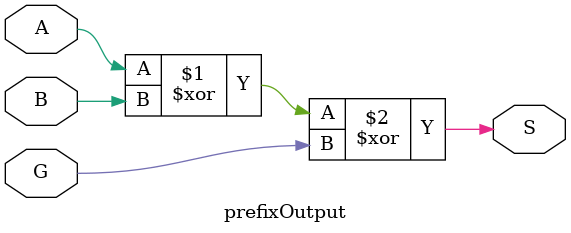
<source format=v>

module prefixOutput(input wire A,
        input wire B,
        input wire G,
        output wire S,
);



    assign S = (A ^ B) ^ G;


endmodule

</source>
